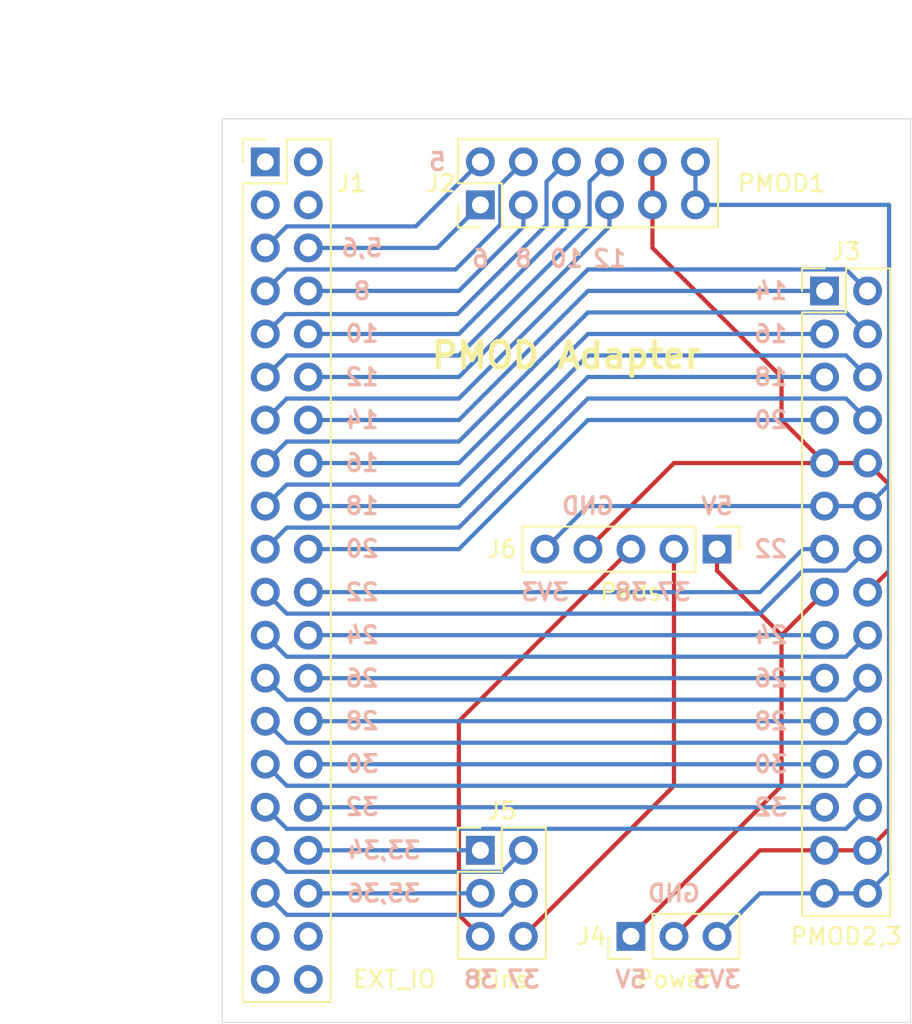
<source format=kicad_pcb>
(kicad_pcb (version 20211014) (generator pcbnew)
  (layers (0 "F.Cu" signal) (31 "B.Cu" signal) (34 "B.Paste" user) (35 "F.Paste" user) (36 "B.SilkS" user "B.Silkscreen") (37 "F.SilkS" user "F.Silkscreen") (38 "B.Mask" user) (39 "F.Mask" user) (44 "Edge.Cuts" user))
  (net 0 "")
  (net 1 "GND")
  (net 2 "+3V3")
  (net 3 "+5V")
  (net 4 "Net-(J1-Pad10)")
  (net 5 "Net-(J1-Pad6)")
  (net 6 "Net-(J1-Pad7)")
  (net 7 "Net-(J1-Pad8)")
  (net 8 "Net-(J1-Pad9)")
  (net 9 "Net-(J1-Pad5)")
  (net 10 "Net-(J1-Pad11)")
  (net 11 "Net-(J1-Pad12)")
  (net 12 "Net-(J1-Pad14)")
  (net 13 "Net-(J1-Pad16)")
  (net 14 "Net-(J1-Pad18)")
  (net 15 "Net-(J1-Pad20)")
  (net 16 "Net-(J1-Pad22)")
  (net 17 "Net-(J1-Pad25)")
  (net 18 "Net-(J1-Pad26)")
  (net 19 "Net-(J1-Pad27)")
  (net 20 "Net-(J1-Pad28)")
  (net 21 "Net-(J1-Pad29)")
  (net 22 "Net-(J1-Pad30)")
  (net 23 "Net-(J1-Pad31)")
  (net 24 "Net-(J1-Pad32)")
  (net 25 "Net-(J1-Pad33)")
  (net 26 "Net-(J1-Pad34)")
  (net 27 "Net-(J1-Pad35)")
  (net 28 "Net-(J1-Pad36)")
  (net 31 "Net-(J1-Pad13)")
  (net 32 "Net-(J1-Pad15)")
  (net 33 "Net-(J1-Pad17)")
  (net 34 "Net-(J1-Pad19)")
  (net 35 "Net-(J1-Pad21)")
  (net 36 "Net-(J1-Pad23)")
  (net 37 "Net-(J1-Pad24)")
  (net 44 "Net-(J5-Pad5)")
  (net 45 "Net-(J5-Pad6)")
  (footprint "Connector_PinHeader_2.54mm:PinHeader_1x05_P2.54mm_Vertical" (layer "F.Cu") (at 54.61 50.8 -90)
    (fp_text reference "J6" (at 0 12.7) (layer "F.SilkS"))
    (fp_text value "Pads" (at 2.54 5.08) (layer "F.SilkS"))
    (fp_line (start -1.33 1.27) (end -1.33 11.49) (layer "F.SilkS") (width 0.12))
    (fp_line (start -1.33 11.49) (end 1.33 11.49) (layer "F.SilkS") (width 0.12))
    (fp_line (start -1.33 0) (end -1.33 -1.33) (layer "F.SilkS") (width 0.12))
    (fp_line (start -1.33 -1.33) (end 0 -1.33) (layer "F.SilkS") (width 0.12))
    (fp_line (start -1.33 1.27) (end 1.33 1.27) (layer "F.SilkS") (width 0.12))
    (fp_line (start 1.33 1.27) (end 1.33 11.49) (layer "F.SilkS") (width 0.12))
    (pad "1" thru_hole rect (at 0 0 270) (size 1.7 1.7) (drill 1) (layers *.Cu *.Mask) (net 3 "+5V"))
    (pad "2" thru_hole oval (at 0 2.54 270) (size 1.7 1.7) (drill 1) (layers *.Cu *.Mask) (net 45 "Net-(J5-Pad6)"))
    (pad "3" thru_hole oval (at 0 5.08 270) (size 1.7 1.7) (drill 1) (layers *.Cu *.Mask) (net 44 "Net-(J5-Pad5)"))
    (pad "4" thru_hole oval (at 0 7.62 270) (size 1.7 1.7) (drill 1) (layers *.Cu *.Mask) (net 1 "GND"))
    (pad "5" thru_hole oval (at 0 10.16 270) (size 1.7 1.7) (drill 1) (layers *.Cu *.Mask) (net 2 "+3V3"))
  )
  (footprint "Connector_PinHeader_2.54mm:PinHeader_2x20_P2.54mm_Vertical" (layer "F.Cu") (at 27.94 27.94)
    (fp_text reference "J1" (at 5.08 1.27) (layer "F.SilkS"))
    (fp_text value "EXT_IO" (at 7.62 48.26) (layer "F.SilkS"))
    (fp_line (start -1.33 1.27) (end 1.27 1.27) (layer "F.SilkS") (width 0.12))
    (fp_line (start -1.33 -1.33) (end 0 -1.33) (layer "F.SilkS") (width 0.12))
    (fp_line (start -1.33 1.27) (end -1.33 49.59) (layer "F.SilkS") (width 0.12))
    (fp_line (start -1.33 49.59) (end 3.87 49.59) (layer "F.SilkS") (width 0.12))
    (fp_line (start 3.87 -1.33) (end 3.87 49.59) (layer "F.SilkS") (width 0.12))
    (fp_line (start 1.27 1.27) (end 1.27 -1.33) (layer "F.SilkS") (width 0.12))
    (fp_line (start -1.33 0) (end -1.33 -1.33) (layer "F.SilkS") (width 0.12))
    (fp_line (start 1.27 -1.33) (end 3.87 -1.33) (layer "F.SilkS") (width 0.12))
    (pad "1" thru_hole rect (at 0 0) (size 1.7 1.7) (drill 1) (layers *.Cu *.Mask))
    (pad "2" thru_hole oval (at 2.54 0) (size 1.7 1.7) (drill 1) (layers *.Cu *.Mask))
    (pad "3" thru_hole oval (at 0 2.54) (size 1.7 1.7) (drill 1) (layers *.Cu *.Mask))
    (pad "4" thru_hole oval (at 2.54 2.54) (size 1.7 1.7) (drill 1) (layers *.Cu *.Mask))
    (pad "5" thru_hole oval (at 0 5.08) (size 1.7 1.7) (drill 1) (layers *.Cu *.Mask) (net 9 "Net-(J1-Pad5)"))
    (pad "6" thru_hole oval (at 2.54 5.08) (size 1.7 1.7) (drill 1) (layers *.Cu *.Mask) (net 5 "Net-(J1-Pad6)"))
    (pad "7" thru_hole oval (at 0 7.62) (size 1.7 1.7) (drill 1) (layers *.Cu *.Mask) (net 6 "Net-(J1-Pad7)"))
    (pad "8" thru_hole oval (at 2.54 7.62) (size 1.7 1.7) (drill 1) (layers *.Cu *.Mask) (net 7 "Net-(J1-Pad8)"))
    (pad "9" thru_hole oval (at 0 10.16) (size 1.7 1.7) (drill 1) (layers *.Cu *.Mask) (net 8 "Net-(J1-Pad9)"))
    (pad "10" thru_hole oval (at 2.54 10.16) (size 1.7 1.7) (drill 1) (layers *.Cu *.Mask) (net 4 "Net-(J1-Pad10)"))
    (pad "11" thru_hole oval (at 0 12.7) (size 1.7 1.7) (drill 1) (layers *.Cu *.Mask) (net 10 "Net-(J1-Pad11)"))
    (pad "12" thru_hole oval (at 2.54 12.7) (size 1.7 1.7) (drill 1) (layers *.Cu *.Mask) (net 11 "Net-(J1-Pad12)"))
    (pad "13" thru_hole oval (at 0 15.24) (size 1.7 1.7) (drill 1) (layers *.Cu *.Mask) (net 31 "Net-(J1-Pad13)"))
    (pad "14" thru_hole oval (at 2.54 15.24) (size 1.7 1.7) (drill 1) (layers *.Cu *.Mask) (net 12 "Net-(J1-Pad14)"))
    (pad "15" thru_hole oval (at 0 17.78) (size 1.7 1.7) (drill 1) (layers *.Cu *.Mask) (net 32 "Net-(J1-Pad15)"))
    (pad "16" thru_hole oval (at 2.54 17.78) (size 1.7 1.7) (drill 1) (layers *.Cu *.Mask) (net 13 "Net-(J1-Pad16)"))
    (pad "17" thru_hole oval (at 0 20.32) (size 1.7 1.7) (drill 1) (layers *.Cu *.Mask) (net 33 "Net-(J1-Pad17)"))
    (pad "18" thru_hole oval (at 2.54 20.32) (size 1.7 1.7) (drill 1) (layers *.Cu *.Mask) (net 14 "Net-(J1-Pad18)"))
    (pad "19" thru_hole oval (at 0 22.86) (size 1.7 1.7) (drill 1) (layers *.Cu *.Mask) (net 34 "Net-(J1-Pad19)"))
    (pad "20" thru_hole oval (at 2.54 22.86) (size 1.7 1.7) (drill 1) (layers *.Cu *.Mask) (net 15 "Net-(J1-Pad20)"))
    (pad "21" thru_hole oval (at 0 25.4) (size 1.7 1.7) (drill 1) (layers *.Cu *.Mask) (net 35 "Net-(J1-Pad21)"))
    (pad "22" thru_hole oval (at 2.54 25.4) (size 1.7 1.7) (drill 1) (layers *.Cu *.Mask) (net 16 "Net-(J1-Pad22)"))
    (pad "23" thru_hole oval (at 0 27.94) (size 1.7 1.7) (drill 1) (layers *.Cu *.Mask) (net 36 "Net-(J1-Pad23)"))
    (pad "24" thru_hole oval (at 2.54 27.94) (size 1.7 1.7) (drill 1) (layers *.Cu *.Mask) (net 37 "Net-(J1-Pad24)"))
    (pad "25" thru_hole oval (at 0 30.48) (size 1.7 1.7) (drill 1) (layers *.Cu *.Mask) (net 17 "Net-(J1-Pad25)"))
    (pad "26" thru_hole oval (at 2.54 30.48) (size 1.7 1.7) (drill 1) (layers *.Cu *.Mask) (net 18 "Net-(J1-Pad26)"))
    (pad "27" thru_hole oval (at 0 33.02) (size 1.7 1.7) (drill 1) (layers *.Cu *.Mask) (net 19 "Net-(J1-Pad27)"))
    (pad "28" thru_hole oval (at 2.54 33.02) (size 1.7 1.7) (drill 1) (layers *.Cu *.Mask) (net 20 "Net-(J1-Pad28)"))
    (pad "29" thru_hole oval (at 0 35.56) (size 1.7 1.7) (drill 1) (layers *.Cu *.Mask) (net 21 "Net-(J1-Pad29)"))
    (pad "30" thru_hole oval (at 2.54 35.56) (size 1.7 1.7) (drill 1) (layers *.Cu *.Mask) (net 22 "Net-(J1-Pad30)"))
    (pad "31" thru_hole oval (at 0 38.1) (size 1.7 1.7) (drill 1) (layers *.Cu *.Mask) (net 23 "Net-(J1-Pad31)"))
    (pad "32" thru_hole oval (at 2.54 38.1) (size 1.7 1.7) (drill 1) (layers *.Cu *.Mask) (net 24 "Net-(J1-Pad32)"))
    (pad "33" thru_hole oval (at 0 40.64) (size 1.7 1.7) (drill 1) (layers *.Cu *.Mask) (net 25 "Net-(J1-Pad33)"))
    (pad "34" thru_hole oval (at 2.54 40.64) (size 1.7 1.7) (drill 1) (layers *.Cu *.Mask) (net 26 "Net-(J1-Pad34)"))
    (pad "35" thru_hole oval (at 0 43.18) (size 1.7 1.7) (drill 1) (layers *.Cu *.Mask) (net 27 "Net-(J1-Pad35)"))
    (pad "36" thru_hole oval (at 2.54 43.18) (size 1.7 1.7) (drill 1) (layers *.Cu *.Mask) (net 28 "Net-(J1-Pad36)"))
    (pad "37" thru_hole oval (at 0 45.72) (size 1.7 1.7) (drill 1) (layers *.Cu *.Mask))
    (pad "38" thru_hole oval (at 2.54 45.72) (size 1.7 1.7) (drill 1) (layers *.Cu *.Mask))
    (pad "39" thru_hole oval (at 0 48.26) (size 1.7 1.7) (drill 1) (layers *.Cu *.Mask))
    (pad "40" thru_hole oval (at 2.54 48.26) (size 1.7 1.7) (drill 1) (layers *.Cu *.Mask))
  )
  (footprint "Connector_PinHeader_2.54mm:PinHeader_1x03_P2.54mm_Vertical" (layer "F.Cu") (at 49.53 73.66 90)
    (fp_text reference "J4" (at 0 -2.33) (layer "F.SilkS"))
    (fp_text value "Power" (at -2.54 2.54 180) (layer "F.SilkS"))
    (fp_line (start -1.33 0) (end -1.33 -1.33) (layer "F.SilkS") (width 0.12))
    (fp_line (start -1.33 1.27) (end -1.33 6.41) (layer "F.SilkS") (width 0.12))
    (fp_line (start -1.33 1.27) (end 1.33 1.27) (layer "F.SilkS") (width 0.12))
    (fp_line (start -1.33 -1.33) (end 0 -1.33) (layer "F.SilkS") (width 0.12))
    (fp_line (start 1.33 1.27) (end 1.33 6.41) (layer "F.SilkS") (width 0.12))
    (fp_line (start -1.33 6.41) (end 1.33 6.41) (layer "F.SilkS") (width 0.12))
    (pad "1" thru_hole rect (at 0 0 90) (size 1.7 1.7) (drill 1) (layers *.Cu *.Mask) (net 3 "+5V"))
    (pad "2" thru_hole oval (at 0 2.54 90) (size 1.7 1.7) (drill 1) (layers *.Cu *.Mask) (net 1 "GND"))
    (pad "3" thru_hole oval (at 0 5.08 90) (size 1.7 1.7) (drill 1) (layers *.Cu *.Mask) (net 2 "+3V3"))
  )
  (footprint "Connector_PinHeader_2.54mm:PinHeader_2x03_P2.54mm_Vertical" (layer "F.Cu") (at 40.64 68.58)
    (fp_text reference "J5" (at 1.27 -2.33) (layer "F.SilkS"))
    (fp_text value "Pins" (at 1.27 7.62) (layer "F.SilkS"))
    (fp_line (start 3.87 -1.33) (end 3.87 6.41) (layer "F.SilkS") (width 0.12))
    (fp_line (start -1.33 1.27) (end 1.27 1.27) (layer "F.SilkS") (width 0.12))
    (fp_line (start 1.27 1.27) (end 1.27 -1.33) (layer "F.SilkS") (width 0.12))
    (fp_line (start -1.33 0) (end -1.33 -1.33) (layer "F.SilkS") (width 0.12))
    (fp_line (start -1.33 -1.33) (end 0 -1.33) (layer "F.SilkS") (width 0.12))
    (fp_line (start -1.33 1.27) (end -1.33 6.41) (layer "F.SilkS") (width 0.12))
    (fp_line (start 1.27 -1.33) (end 3.87 -1.33) (layer "F.SilkS") (width 0.12))
    (fp_line (start -1.33 6.41) (end 3.87 6.41) (layer "F.SilkS") (width 0.12))
    (pad "1" thru_hole rect (at 0 0) (size 1.7 1.7) (drill 1) (layers *.Cu *.Mask) (net 26 "Net-(J1-Pad34)"))
    (pad "2" thru_hole oval (at 2.54 0) (size 1.7 1.7) (drill 1) (layers *.Cu *.Mask) (net 25 "Net-(J1-Pad33)"))
    (pad "3" thru_hole oval (at 0 2.54) (size 1.7 1.7) (drill 1) (layers *.Cu *.Mask) (net 28 "Net-(J1-Pad36)"))
    (pad "4" thru_hole oval (at 2.54 2.54) (size 1.7 1.7) (drill 1) (layers *.Cu *.Mask) (net 27 "Net-(J1-Pad35)"))
    (pad "5" thru_hole oval (at 0 5.08) (size 1.7 1.7) (drill 1) (layers *.Cu *.Mask) (net 44 "Net-(J5-Pad5)"))
    (pad "6" thru_hole oval (at 2.54 5.08) (size 1.7 1.7) (drill 1) (layers *.Cu *.Mask) (net 45 "Net-(J5-Pad6)"))
  )
  (footprint "Connector_PinHeader_2.54mm:PinHeader_2x15_P2.54mm_Vertical" (layer "F.Cu") (at 60.96 35.56)
    (fp_text reference "J3" (at 1.27 -2.33) (layer "F.SilkS"))
    (fp_text value "PMOD2,3" (at 1.27 38.1) (layer "F.SilkS"))
    (fp_line (start -1.33 -1.33) (end 0 -1.33) (layer "F.SilkS") (width 0.12))
    (fp_line (start -1.33 1.27) (end -1.33 36.89) (layer "F.SilkS") (width 0.12))
    (fp_line (start -1.33 36.89) (end 3.87 36.89) (layer "F.SilkS") (width 0.12))
    (fp_line (start -1.33 0) (end -1.33 -1.33) (layer "F.SilkS") (width 0.12))
    (fp_line (start 3.87 -1.33) (end 3.87 36.89) (layer "F.SilkS") (width 0.12))
    (fp_line (start -1.33 1.27) (end 1.27 1.27) (layer "F.SilkS") (width 0.12))
    (fp_line (start 1.27 -1.33) (end 3.87 -1.33) (layer "F.SilkS") (width 0.12))
    (fp_line (start 1.27 1.27) (end 1.27 -1.33) (layer "F.SilkS") (width 0.12))
    (pad "1" thru_hole rect (at 0 0) (size 1.7 1.7) (drill 1) (layers *.Cu *.Mask) (net 12 "Net-(J1-Pad14)"))
    (pad "2" thru_hole oval (at 2.54 0) (size 1.7 1.7) (drill 1) (layers *.Cu *.Mask) (net 31 "Net-(J1-Pad13)"))
    (pad "3" thru_hole oval (at 0 2.54) (size 1.7 1.7) (drill 1) (layers *.Cu *.Mask) (net 13 "Net-(J1-Pad16)"))
    (pad "4" thru_hole oval (at 2.54 2.54) (size 1.7 1.7) (drill 1) (layers *.Cu *.Mask) (net 32 "Net-(J1-Pad15)"))
    (pad "5" thru_hole oval (at 0 5.08) (size 1.7 1.7) (drill 1) (layers *.Cu *.Mask) (net 14 "Net-(J1-Pad18)"))
    (pad "6" thru_hole oval (at 2.54 5.08) (size 1.7 1.7) (drill 1) (layers *.Cu *.Mask) (net 33 "Net-(J1-Pad17)"))
    (pad "7" thru_hole oval (at 0 7.62) (size 1.7 1.7) (drill 1) (layers *.Cu *.Mask) (net 15 "Net-(J1-Pad20)"))
    (pad "8" thru_hole oval (at 2.54 7.62) (size 1.7 1.7) (drill 1) (layers *.Cu *.Mask) (net 34 "Net-(J1-Pad19)"))
    (pad "9" thru_hole oval (at 0 10.16) (size 1.7 1.7) (drill 1) (layers *.Cu *.Mask) (net 1 "GND"))
    (pad "10" thru_hole oval (at 2.54 10.16) (size 1.7 1.7) (drill 1) (layers *.Cu *.Mask) (net 1 "GND"))
    (pad "11" thru_hole oval (at 0 12.7) (size 1.7 1.7) (drill 1) (layers *.Cu *.Mask) (net 2 "+3V3"))
    (pad "12" thru_hole oval (at 2.54 12.7) (size 1.7 1.7) (drill 1) (layers *.Cu *.Mask) (net 2 "+3V3"))
    (pad "13" thru_hole oval (at 0 15.24) (size 1.7 1.7) (drill 1) (layers *.Cu *.Mask) (net 16 "Net-(J1-Pad22)"))
    (pad "14" thru_hole oval (at 2.54 15.24) (size 1.7 1.7) (drill 1) (layers *.Cu *.Mask) (net 35 "Net-(J1-Pad21)"))
    (pad "15" thru_hole oval (at 0 17.78) (size 1.7 1.7) (drill 1) (layers *.Cu *.Mask) (net 3 "+5V"))
    (pad "16" thru_hole oval (at 2.54 17.78) (size 1.7 1.7) (drill 1) (layers *.Cu *.Mask) (net 1 "GND"))
    (pad "17" thru_hole oval (at 0 20.32) (size 1.7 1.7) (drill 1) (layers *.Cu *.Mask) (net 37 "Net-(J1-Pad24)"))
    (pad "18" thru_hole oval (at 2.54 20.32) (size 1.7 1.7) (drill 1) (layers *.Cu *.Mask) (net 36 "Net-(J1-Pad23)"))
    (pad "19" thru_hole oval (at 0 22.86) (size 1.7 1.7) (drill 1) (layers *.Cu *.Mask) (net 18 "Net-(J1-Pad26)"))
    (pad "20" thru_hole oval (at 2.54 22.86) (size 1.7 1.7) (drill 1) (layers *.Cu *.Mask) (net 17 "Net-(J1-Pad25)"))
    (pad "21" thru_hole oval (at 0 25.4) (size 1.7 1.7) (drill 1) (layers *.Cu *.Mask) (net 20 "Net-(J1-Pad28)"))
    (pad "22" thru_hole oval (at 2.54 25.4) (size 1.7 1.7) (drill 1) (layers *.Cu *.Mask) (net 19 "Net-(J1-Pad27)"))
    (pad "23" thru_hole oval (at 0 27.94) (size 1.7 1.7) (drill 1) (layers *.Cu *.Mask) (net 22 "Net-(J1-Pad30)"))
    (pad "24" thru_hole oval (at 2.54 27.94) (size 1.7 1.7) (drill 1) (layers *.Cu *.Mask) (net 21 "Net-(J1-Pad29)"))
    (pad "25" thru_hole oval (at 0 30.48) (size 1.7 1.7) (drill 1) (layers *.Cu *.Mask) (net 24 "Net-(J1-Pad32)"))
    (pad "26" thru_hole oval (at 2.54 30.48) (size 1.7 1.7) (drill 1) (layers *.Cu *.Mask) (net 23 "Net-(J1-Pad31)"))
    (pad "27" thru_hole oval (at 0 33.02) (size 1.7 1.7) (drill 1) (layers *.Cu *.Mask) (net 1 "GND"))
    (pad "28" thru_hole oval (at 2.54 33.02) (size 1.7 1.7) (drill 1) (layers *.Cu *.Mask) (net 1 "GND"))
    (pad "29" thru_hole oval (at 0 35.56) (size 1.7 1.7) (drill 1) (layers *.Cu *.Mask) (net 2 "+3V3"))
    (pad "30" thru_hole oval (at 2.54 35.56) (size 1.7 1.7) (drill 1) (layers *.Cu *.Mask) (net 2 "+3V3"))
  )
  (footprint "Connector_PinHeader_2.54mm:PinHeader_2x06_P2.54mm_Vertical" (layer "F.Cu") (at 40.64 30.48 90)
    (fp_text reference "J2" (at 1.27 -2.33) (layer "F.SilkS"))
    (fp_text value "PMOD1" (at 1.27 17.78) (layer "F.SilkS"))
    (fp_line (start 1.27 1.27) (end 1.27 -1.33) (layer "F.SilkS") (width 0.12))
    (fp_line (start -1.33 1.27) (end -1.33 14.03) (layer "F.SilkS") (width 0.12))
    (fp_line (start -1.33 -1.33) (end 0 -1.33) (layer "F.SilkS") (width 0.12))
    (fp_line (start 3.87 -1.33) (end 3.87 14.03) (layer "F.SilkS") (width 0.12))
    (fp_line (start 1.27 -1.33) (end 3.87 -1.33) (layer "F.SilkS") (width 0.12))
    (fp_line (start -1.33 0) (end -1.33 -1.33) (layer "F.SilkS") (width 0.12))
    (fp_line (start -1.33 14.03) (end 3.87 14.03) (layer "F.SilkS") (width 0.12))
    (fp_line (start -1.33 1.27) (end 1.27 1.27) (layer "F.SilkS") (width 0.12))
    (pad "1" thru_hole rect (at 0 0 90) (size 1.7 1.7) (drill 1) (layers *.Cu *.Mask) (net 5 "Net-(J1-Pad6)"))
    (pad "2" thru_hole oval (at 0 2.54 90) (size 1.7 1.7) (drill 1) (layers *.Cu *.Mask) (net 7 "Net-(J1-Pad8)"))
    (pad "3" thru_hole oval (at 0 5.08 90) (size 1.7 1.7) (drill 1) (layers *.Cu *.Mask) (net 4 "Net-(J1-Pad10)"))
    (pad "4" thru_hole oval (at 0 7.62 90) (size 1.7 1.7) (drill 1) (layers *.Cu *.Mask) (net 11 "Net-(J1-Pad12)"))
    (pad "5" thru_hole oval (at 0 10.16 90) (size 1.7 1.7) (drill 1) (layers *.Cu *.Mask) (net 1 "GND"))
    (pad "6" thru_hole oval (at 0 12.7 90) (size 1.7 1.7) (drill 1) (layers *.Cu *.Mask) (net 2 "+3V3"))
    (pad "7" thru_hole oval (at 2.54 12.7 90) (size 1.7 1.7) (drill 1) (layers *.Cu *.Mask) (net 2 "+3V3"))
    (pad "8" thru_hole oval (at 2.54 10.16 90) (size 1.7 1.7) (drill 1) (layers *.Cu *.Mask) (net 1 "GND"))
    (pad "9" thru_hole oval (at 2.54 7.62 90) (size 1.7 1.7) (drill 1) (layers *.Cu *.Mask) (net 10 "Net-(J1-Pad11)"))
    (pad "10" thru_hole oval (at 2.54 5.08 90) (size 1.7 1.7) (drill 1) (layers *.Cu *.Mask) (net 8 "Net-(J1-Pad9)"))
    (pad "11" thru_hole oval (at 2.54 2.54 90) (size 1.7 1.7) (drill 1) (layers *.Cu *.Mask) (net 6 "Net-(J1-Pad7)"))
    (pad "12" thru_hole oval (at 2.54 0 90) (size 1.7 1.7) (drill 1) (layers *.Cu *.Mask) (net 9 "Net-(J1-Pad5)"))
  )
  (gr_rect (start 25.4 25.4) (end 66.04 78.74) (layer "Edge.Cuts") (width 0.05) (fill none))
  (gr_text "37" (at 43.18 76.2) (layer "B.SilkS") (effects (font (size 1 1) (thickness 0.2)) (justify mirror)))
  (gr_text "38" (at 40.64 76.2) (layer "B.SilkS") (effects (font (size 1 1) (thickness 0.2)) (justify mirror)))
  (gr_text "GND" (at 52.07 71.12) (layer "B.SilkS") (effects (font (size 1 1) (thickness 0.2)) (justify mirror)))
  (gr_text "6" (at 40.64 33.655) (layer "B.SilkS") (effects (font (size 1 1) (thickness 0.2)) (justify mirror)))
  (gr_text "28" (at 33.655 60.948703) (layer "B.SilkS") (effects (font (size 1 1) (thickness 0.2)) (justify mirror)))
  (gr_text "12" (at 48.26 33.655) (layer "B.SilkS") (effects (font (size 1 1) (thickness 0.2)) (justify mirror)))
  (gr_text "26" (at 57.785 58.42) (layer "B.SilkS") (effects (font (size 1 1) (thickness 0.2)) (justify mirror)))
  (gr_text "16" (at 57.785 38.1) (layer "B.SilkS") (effects (font (size 1 1) (thickness 0.2)) (justify mirror)))
  (gr_text "18" (at 33.655 48.245657) (layer "B.SilkS") (effects (font (size 1 1) (thickness 0.2)) (justify mirror)))
  (gr_text "5V" (at 54.61 48.26) (layer "B.SilkS") (effects (font (size 1 1) (thickness 0.2)) (justify mirror)))
  (gr_text "8" (at 33.649352 35.568251) (layer "B.SilkS") (effects (font (size 1 1) (thickness 0.2)) (justify mirror)))
  (gr_text "10" (at 45.72 33.655) (layer "B.SilkS") (effects (font (size 1 1) (thickness 0.2)) (justify mirror)))
  (gr_text "5,6" (at 33.649352 33.028251) (layer "B.SilkS") (effects (font (size 1 1) (thickness 0.2)) (justify mirror)))
  (gr_text "32" (at 33.655 66.017406) (layer "B.SilkS") (effects (font (size 1 1) (thickness 0.2)) (justify mirror)))
  (gr_text "30" (at 57.785 63.5) (layer "B.SilkS") (effects (font (size 1 1) (thickness 0.2)) (justify mirror)))
  (gr_text "12" (at 33.655 40.642602) (layer "B.SilkS") (effects (font (size 1 1) (thickness 0.2)) (justify mirror)))
  (gr_text "14" (at 33.655 43.176954) (layer "B.SilkS") (effects (font (size 1 1) (thickness 0.2)) (justify mirror)))
  (gr_text "8" (at 43.18 33.655) (layer "B.SilkS") (effects (font (size 1 1) (thickness 0.2)) (justify mirror)))
  (gr_text "26" (at 33.649352 58.428251) (layer "B.SilkS") (effects (font (size 1 1) (thickness 0.2)) (justify mirror)))
  (gr_text "24" (at 57.785 55.88) (layer "B.SilkS") (effects (font (size 1 1) (thickness 0.2)) (justify mirror)))
  (gr_text "24" (at 33.655 55.88) (layer "B.SilkS") (effects (font (size 1 1) (thickness 0.2)) (justify mirror)))
  (gr_text "33,34" (at 34.925 68.58) (layer "B.SilkS") (effects (font (size 1 1) (thickness 0.2)) (justify mirror)))
  (gr_text "5V" (at 49.53 76.2) (layer "B.SilkS") (effects (font (size 1 1) (thickness 0.2)) (justify mirror)))
  (gr_text "20" (at 57.785 43.18) (layer "B.SilkS") (effects (font (size 1 1) (thickness 0.2)) (justify mirror)))
  (gr_text "3V3" (at 44.45 53.34) (layer "B.SilkS") (effects (font (size 1 1) (thickness 0.2)) (justify mirror)))
  (gr_text "32" (at 57.785 66.04) (layer "B.SilkS") (effects (font (size 1 1) (thickness 0.2)) (justify mirror)))
  (gr_text "16" (at 33.655 45.711305) (layer "B.SilkS") (effects (font (size 1 1) (thickness 0.2)) (justify mirror)))
  (gr_text "18" (at 57.785 40.64) (layer "B.SilkS") (effects (font (size 1 1) (thickness 0.2)) (justify mirror)))
  (gr_text "3V3" (at 54.61 76.2) (layer "B.SilkS") (effects (font (size 1 1) (thickness 0.2)) (justify mirror)))
  (gr_text "37" (at 52.07 53.34) (layer "B.SilkS") (effects (font (size 1 1) (thickness 0.2)) (justify mirror)))
  (gr_text "22" (at 33.655 53.345648) (layer "B.SilkS") (effects (font (size 1 1) (thickness 0.2)) (justify mirror)))
  (gr_text "30" (at 33.655 63.483054) (layer "B.SilkS") (effects (font (size 1 1) (thickness 0.2)) (justify mirror)))
  (gr_text "28" (at 57.785 60.96) (layer "B.SilkS") (effects (font (size 1 1) (thickness 0.2)) (justify mirror)))
  (gr_text "20" (at 33.655 50.780008) (layer "B.SilkS") (effects (font (size 1 1) (thickness 0.2)) (justify mirror)))
  (gr_text "10" (at 33.655 38.076962) (layer "B.SilkS") (effects (font (size 1 1) (thickness 0.2)) (justify mirror)))
  (gr_text "GND" (at 46.99 48.26) (layer "B.SilkS") (effects (font (size 1 1) (thickness 0.2)) (justify mirror)))
  (gr_text "14" (at 57.785 35.56) (layer "B.SilkS") (effects (font (size 1 1) (thickness 0.2)) (justify mirror)))
  (gr_text "35,36" (at 34.925 71.117397) (layer "B.SilkS") (effects (font (size 1 1) (thickness 0.2)) (justify mirror)))
  (gr_text "5" (at 38.1 27.94) (layer "B.SilkS") (effects (font (size 1 1) (thickness 0.2)) (justify mirror)))
  (gr_text "38" (at 49.53 53.34) (layer "B.SilkS") (effects (font (size 1 1) (thickness 0.2)) (justify mirror)))
  (gr_text "22" (at 57.785 50.8) (layer "B.SilkS") (effects (font (size 1 1) (thickness 0.2)) (justify mirror)))
  (gr_text "PMOD Adapter" (at 45.72 39.37) (layer "F.SilkS") (effects (font (size 1.5 1.5) (thickness 0.3))))
  (segment (start 50.8 33.02) (end 50.8 30.48) (width 0.25) (layer "F.Cu") (net 1))
  (segment (start 46.99 50.8) (end 52.07 45.72) (width 0.25) (layer "F.Cu") (net 1))
  (segment (start 50.8 33.02) (end 58.42 40.64) (width 0.25) (layer "F.Cu") (net 1))
  (segment (start 60.96 68.58) (end 57.15 68.58) (width 0.25) (layer "F.Cu") (net 1))
  (segment (start 60.96 45.72) (end 63.5 45.72) (width 0.25) (layer "F.Cu") (net 1))
  (segment (start 50.8 30.48) (end 50.8 27.94) (width 0.25) (layer "F.Cu") (net 1))
  (segment (start 60.96 68.58) (end 63.5 68.58) (width 0.25) (layer "F.Cu") (net 1))
  (segment (start 58.42 43.18) (end 60.96 45.72) (width 0.25) (layer "F.Cu") (net 1))
  (segment (start 58.42 40.64) (end 58.42 43.18) (width 0.25) (layer "F.Cu") (net 1))
  (segment (start 64.77 46.99) (end 64.77 52.07) (width 0.25) (layer "F.Cu") (net 1))
  (segment (start 63.5 45.72) (end 64.77 46.99) (width 0.25) (layer "F.Cu") (net 1))
  (segment (start 64.77 52.07) (end 63.5 53.34) (width 0.25) (layer "F.Cu") (net 1))
  (segment (start 64.77 52.07) (end 64.77 67.31) (width 0.25) (layer "F.Cu") (net 1))
  (segment (start 64.77 67.31) (end 63.5 68.58) (width 0.25) (layer "F.Cu") (net 1))
  (segment (start 57.15 68.58) (end 52.07 73.66) (width 0.25) (layer "F.Cu") (net 1))
  (segment (start 52.07 45.72) (end 60.96 45.72) (width 0.25) (layer "F.Cu") (net 1))
  (segment (start 64.77 46.99) (end 64.77 69.85) (width 0.25) (layer "B.Cu") (net 2))
  (segment (start 64.77 69.85) (end 63.5 71.12) (width 0.25) (layer "B.Cu") (net 2))
  (segment (start 63.5 48.26) (end 60.96 48.26) (width 0.25) (layer "B.Cu") (net 2))
  (segment (start 64.77 30.48) (end 64.77 46.99) (width 0.25) (layer "B.Cu") (net 2))
  (segment (start 57.15 71.12) (end 54.61 73.66) (width 0.25) (layer "B.Cu") (net 2))
  (segment (start 60.96 71.12) (end 57.15 71.12) (width 0.25) (layer "B.Cu") (net 2))
  (segment (start 44.45 50.8) (end 46.99 48.26) (width 0.25) (layer "B.Cu") (net 2))
  (segment (start 64.77 46.99) (end 63.5 48.26) (width 0.25) (layer "B.Cu") (net 2))
  (segment (start 63.5 71.12) (end 60.96 71.12) (width 0.25) (layer "B.Cu") (net 2))
  (segment (start 53.34 27.94) (end 53.34 30.48) (width 0.25) (layer "B.Cu") (net 2))
  (segment (start 46.99 48.26) (end 60.96 48.26) (width 0.25) (layer "B.Cu") (net 2))
  (segment (start 53.34 30.48) (end 64.77 30.48) (width 0.25) (layer "B.Cu") (net 2))
  (segment (start 58.42 55.88) (end 54.61 52.07) (width 0.25) (layer "F.Cu") (net 3))
  (segment (start 58.42 55.88) (end 58.42 64.77) (width 0.25) (layer "F.Cu") (net 3))
  (segment (start 58.42 64.77) (end 49.53 73.66) (width 0.25) (layer "F.Cu") (net 3))
  (segment (start 60.96 53.34) (end 58.42 55.88) (width 0.25) (layer "F.Cu") (net 3))
  (segment (start 54.61 52.07) (end 54.61 50.8) (width 0.25) (layer "F.Cu") (net 3))
  (segment (start 39.37 38.1) (end 45.72 31.75) (width 0.25) (layer "B.Cu") (net 4))
  (segment (start 30.48 38.1) (end 39.37 38.1) (width 0.25) (layer "B.Cu") (net 4))
  (segment (start 45.72 31.75) (end 45.72 30.48) (width 0.25) (layer "B.Cu") (net 4))
  (segment (start 38.1 33.02) (end 40.64 30.48) (width 0.25) (layer "B.Cu") (net 5))
  (segment (start 30.48 33.02) (end 38.1 33.02) (width 0.25) (layer "B.Cu") (net 5))
  (segment (start 41.814511 31.654511) (end 41.814511 29.305489) (width 0.25) (layer "B.Cu") (net 6))
  (segment (start 41.814511 29.305489) (end 43.18 27.94) (width 0.25) (layer "B.Cu") (net 6))
  (segment (start 29.21 34.29) (end 27.94 35.56) (width 0.25) (layer "B.Cu") (net 6))
  (segment (start 39.179022 34.29) (end 29.21 34.29) (width 0.25) (layer "B.Cu") (net 6))
  (segment (start 41.814511 31.654511) (end 39.179022 34.29) (width 0.25) (layer "B.Cu") (net 6))
  (segment (start 30.48 35.56) (end 39.37 35.56) (width 0.25) (layer "B.Cu") (net 7))
  (segment (start 43.18 31.75) (end 43.18 30.48) (width 0.25) (layer "B.Cu") (net 7))
  (segment (start 39.37 35.56) (end 43.18 31.75) (width 0.25) (layer "B.Cu") (net 7))
  (segment (start 29.114511 36.925489) (end 27.94 38.1) (width 0.25) (layer "B.Cu") (net 8))
  (segment (start 39.274511 36.925489) (end 29.114511 36.925489) (width 0.25) (layer "B.Cu") (net 8))
  (segment (start 44.545489 31.654511) (end 44.545489 29.114511) (width 0.25) (layer "B.Cu") (net 8))
  (segment (start 44.545489 31.654511) (end 39.274511 36.925489) (width 0.25) (layer "B.Cu") (net 8))
  (segment (start 44.545489 29.114511) (end 45.72 27.94) (width 0.25) (layer "B.Cu") (net 8))
  (segment (start 27.94 33.02) (end 29.21 31.75) (width 0.25) (layer "B.Cu") (net 9))
  (segment (start 29.21 31.75) (end 36.83 31.75) (width 0.25) (layer "B.Cu") (net 9))
  (segment (start 36.83 31.75) (end 40.64 27.94) (width 0.25) (layer "B.Cu") (net 9))
  (segment (start 29.21 39.37) (end 39.37 39.37) (width 0.25) (layer "B.Cu") (net 10))
  (segment (start 39.37 39.37) (end 47.085489 31.654511) (width 0.25) (layer "B.Cu") (net 10))
  (segment (start 47.085489 31.654511) (end 47.085489 29.114511) (width 0.25) (layer "B.Cu") (net 10))
  (segment (start 27.94 40.64) (end 29.21 39.37) (width 0.25) (layer "B.Cu") (net 10))
  (segment (start 47.085489 29.114511) (end 48.26 27.94) (width 0.25) (layer "B.Cu") (net 10))
  (segment (start 39.37 40.64) (end 48.26 31.75) (width 0.25) (layer "B.Cu") (net 11))
  (segment (start 48.26 31.75) (end 48.26 30.48) (width 0.25) (layer "B.Cu") (net 11))
  (segment (start 30.48 40.64) (end 39.37 40.64) (width 0.25) (layer "B.Cu") (net 11))
  (segment (start 39.37 43.18) (end 30.48 43.18) (width 0.25) (layer "B.Cu") (net 12))
  (segment (start 46.99 35.56) (end 39.37 43.18) (width 0.25) (layer "B.Cu") (net 12))
  (segment (start 60.96 35.56) (end 46.99 35.56) (width 0.25) (layer "B.Cu") (net 12))
  (segment (start 46.99 38.1) (end 59.69 38.1) (width 0.25) (layer "B.Cu") (net 13))
  (segment (start 30.48 45.72) (end 39.37 45.72) (width 0.25) (layer "B.Cu") (net 13))
  (segment (start 39.37 45.72) (end 46.99 38.1) (width 0.25) (layer "B.Cu") (net 13))
  (segment (start 59.69 38.1) (end 60.96 38.1) (width 0.25) (layer "B.Cu") (net 13))
  (segment (start 30.48 48.26) (end 39.37 48.26) (width 0.25) (layer "B.Cu") (net 14))
  (segment (start 46.99 40.64) (end 60.96 40.64) (width 0.25) (layer "B.Cu") (net 14))
  (segment (start 39.37 48.26) (end 46.99 40.64) (width 0.25) (layer "B.Cu") (net 14))
  (segment (start 46.99 43.18) (end 59.69 43.18) (width 0.25) (layer "B.Cu") (net 15))
  (segment (start 30.48 50.8) (end 39.37 50.8) (width 0.25) (layer "B.Cu") (net 15))
  (segment (start 39.37 50.8) (end 46.99 43.18) (width 0.25) (layer "B.Cu") (net 15))
  (segment (start 59.69 43.18) (end 60.96 43.18) (width 0.25) (layer "B.Cu") (net 15))
  (segment (start 30.48 53.34) (end 57.15 53.34) (width 0.25) (layer "B.Cu") (net 16))
  (segment (start 57.15 53.34) (end 59.69 50.8) (width 0.25) (layer "B.Cu") (net 16))
  (segment (start 59.69 50.8) (end 60.96 50.8) (width 0.25) (layer "B.Cu") (net 16))
  (segment (start 27.94 58.42) (end 29.21 59.69) (width 0.25) (layer "B.Cu") (net 17))
  (segment (start 62.23 59.69) (end 63.5 58.42) (width 0.25) (layer "B.Cu") (net 17))
  (segment (start 29.21 59.69) (end 62.23 59.69) (width 0.25) (layer "B.Cu") (net 17))
  (segment (start 30.48 58.42) (end 60.96 58.42) (width 0.25) (layer "B.Cu") (net 18))
  (segment (start 62.23 62.23) (end 63.5 60.96) (width 0.25) (layer "B.Cu") (net 19))
  (segment (start 29.21 62.23) (end 62.23 62.23) (width 0.25) (layer "B.Cu") (net 19))
  (segment (start 27.94 60.96) (end 29.21 62.23) (width 0.25) (layer "B.Cu") (net 19))
  (segment (start 30.48 60.96) (end 60.96 60.96) (width 0.25) (layer "B.Cu") (net 20))
  (segment (start 27.94 63.5) (end 29.21 64.77) (width 0.25) (layer "B.Cu") (net 21))
  (segment (start 62.23 64.77) (end 63.5 63.5) (width 0.25) (layer "B.Cu") (net 21))
  (segment (start 29.21 64.77) (end 62.23 64.77) (width 0.25) (layer "B.Cu") (net 21))
  (segment (start 30.48 63.5) (end 60.96 63.5) (width 0.25) (layer "B.Cu") (net 22))
  (segment (start 27.94 66.04) (end 29.21 67.31) (width 0.25) (layer "B.Cu") (net 23))
  (segment (start 29.21 67.31) (end 62.23 67.31) (width 0.25) (layer "B.Cu") (net 23))
  (segment (start 62.23 67.31) (end 63.5 66.04) (width 0.25) (layer "B.Cu") (net 23))
  (segment (start 30.48 66.04) (end 60.96 66.04) (width 0.25) (layer "B.Cu") (net 24))
  (segment (start 27.94 68.58) (end 29.21 69.85) (width 0.25) (layer "B.Cu") (net 25))
  (segment (start 29.21 69.85) (end 41.91 69.85) (width 0.25) (layer "B.Cu") (net 25))
  (segment (start 41.91 69.85) (end 43.18 68.58) (width 0.25) (layer "B.Cu") (net 25))
  (segment (start 30.48 68.58) (end 40.64 68.58) (width 0.25) (layer "B.Cu") (net 26))
  (segment (start 41.91 72.39) (end 43.18 71.12) (width 0.25) (layer "B.Cu") (net 27))
  (segment (start 27.94 71.12) (end 29.21 72.39) (width 0.25) (layer "B.Cu") (net 27))
  (segment (start 29.21 72.39) (end 41.91 72.39) (width 0.25) (layer "B.Cu") (net 27))
  (segment (start 30.48 71.12) (end 40.64 71.12) (width 0.25) (layer "B.Cu") (net 28))
  (segment (start 46.99 34.29) (end 62.23 34.29) (width 0.25) (layer "B.Cu") (net 31))
  (segment (start 62.23 34.29) (end 63.5 35.56) (width 0.25) (layer "B.Cu") (net 31))
  (segment (start 29.21 41.91) (end 39.37 41.91) (width 0.25) (layer "B.Cu") (net 31))
  (segment (start 27.94 43.18) (end 29.21 41.91) (width 0.25) (layer "B.Cu") (net 31))
  (segment (start 39.37 41.91) (end 46.99 34.29) (width 0.25) (layer "B.Cu") (net 31))
  (segment (start 46.99 36.83) (end 39.37 44.45) (width 0.25) (layer "B.Cu") (net 32))
  (segment (start 39.37 44.45) (end 29.21 44.45) (width 0.25) (layer "B.Cu") (net 32))
  (segment (start 29.21 44.45) (end 27.94 45.72) (width 0.25) (layer "B.Cu") (net 32))
  (segment (start 62.23 36.83) (end 46.99 36.83) (width 0.25) (layer "B.Cu") (net 32))
  (segment (start 63.5 38.1) (end 62.23 36.83) (width 0.25) (layer "B.Cu") (net 32))
  (segment (start 63.5 40.64) (end 62.23 39.37) (width 0.25) (layer "B.Cu") (net 33))
  (segment (start 39.37 46.99) (end 29.21 46.99) (width 0.25) (layer "B.Cu") (net 33))
  (segment (start 62.23 39.37) (end 46.99 39.37) (width 0.25) (layer "B.Cu") (net 33))
  (segment (start 29.21 46.99) (end 27.94 48.26) (width 0.25) (layer "B.Cu") (net 33))
  (segment (start 46.99 39.37) (end 39.37 46.99) (width 0.25) (layer "B.Cu") (net 33))
  (segment (start 29.21 49.53) (end 27.94 50.8) (width 0.25) (layer "B.Cu") (net 34))
  (segment (start 62.23 41.91) (end 46.99 41.91) (width 0.25) (layer "B.Cu") (net 34))
  (segment (start 39.37 49.53) (end 29.21 49.53) (width 0.25) (layer "B.Cu") (net 34))
  (segment (start 63.5 43.18) (end 62.23 41.91) (width 0.25) (layer "B.Cu") (net 34))
  (segment (start 46.99 41.91) (end 39.37 49.53) (width 0.25) (layer "B.Cu") (net 34))
  (segment (start 27.94 53.34) (end 29.21 54.61) (width 0.25) (layer "B.Cu") (net 35))
  (segment (start 62.23 52.07) (end 63.5 50.8) (width 0.25) (layer "B.Cu") (net 35))
  (segment (start 29.21 54.61) (end 57.15 54.61) (width 0.25) (layer "B.Cu") (net 35))
  (segment (start 57.15 54.61) (end 59.69 52.07) (width 0.25) (layer "B.Cu") (net 35))
  (segment (start 59.69 52.07) (end 62.23 52.07) (width 0.25) (layer "B.Cu") (net 35))
  (segment (start 29.21 57.15) (end 62.23 57.15) (width 0.25) (layer "B.Cu") (net 36))
  (segment (start 27.94 55.88) (end 29.21 57.15) (width 0.25) (layer "B.Cu") (net 36))
  (segment (start 62.23 57.15) (end 63.5 55.88) (width 0.25) (layer "B.Cu") (net 36))
  (segment (start 30.48 55.88) (end 60.96 55.88) (width 0.25) (layer "B.Cu") (net 37))
  (segment (start 40.64 73.66) (end 39.37 72.39) (width 0.25) (layer "F.Cu") (net 44))
  (segment (start 39.37 72.39) (end 39.37 60.96) (width 0.25) (layer "F.Cu") (net 44))
  (segment (start 39.37 60.96) (end 49.53 50.8) (width 0.25) (layer "F.Cu") (net 44))
  (segment (start 52.07 64.77) (end 52.07 50.8) (width 0.25) (layer "F.Cu") (net 45))
  (segment (start 43.18 73.66) (end 52.07 64.77) (width 0.25) (layer "F.Cu") (net 45))
)
</source>
